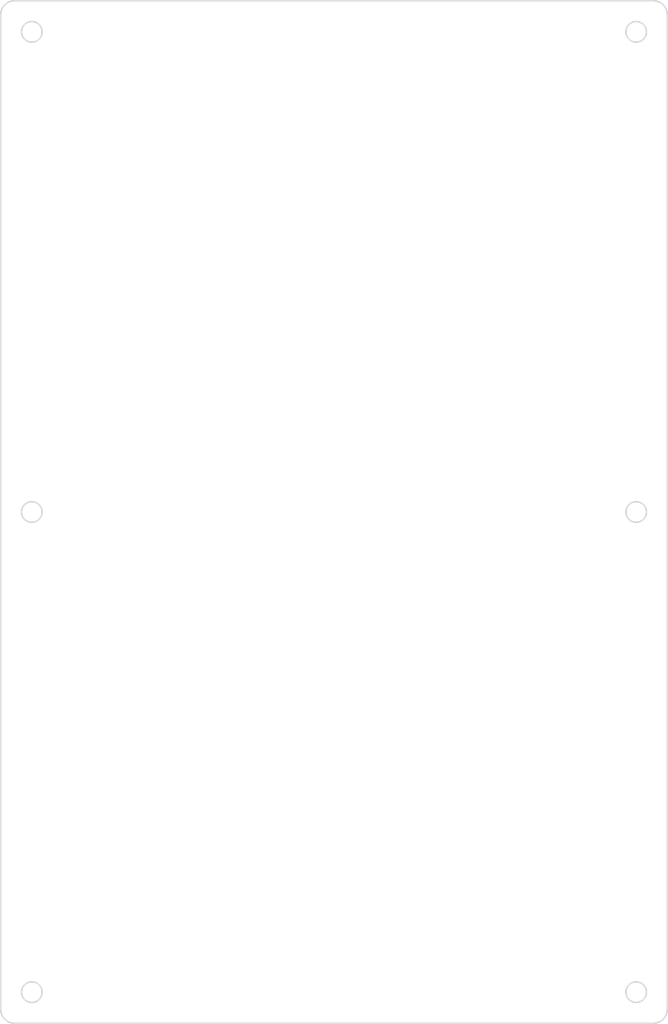
<source format=kicad_pcb>

            
(kicad_pcb (version 20171130) (host pcbnew 5.1.6)

  (page A3)
  (title_block
    (title back_plate)
    (rev 0.1)
    (company ceoloide)
  )

  (general
    (thickness 1.6)
  )

  (layers
    (0 F.Cu signal)
    (31 B.Cu signal)
    (32 B.Adhes user)
    (33 F.Adhes user)
    (34 B.Paste user)
    (35 F.Paste user)
    (36 B.SilkS user)
    (37 F.SilkS user)
    (38 B.Mask user)
    (39 F.Mask user)
    (40 Dwgs.User user)
    (41 Cmts.User user)
    (42 Eco1.User user)
    (43 Eco2.User user)
    (44 Edge.Cuts user)
    (45 Margin user)
    (46 B.CrtYd user)
    (47 F.CrtYd user)
    (48 B.Fab user)
    (49 F.Fab user)
  )

  (setup
    (last_trace_width 0.25)
    (trace_clearance 0.2)
    (zone_clearance 0.508)
    (zone_45_only no)
    (trace_min 0.2)
    (via_size 0.8)
    (via_drill 0.4)
    (via_min_size 0.4)
    (via_min_drill 0.3)
    (uvia_size 0.3)
    (uvia_drill 0.1)
    (uvias_allowed no)
    (uvia_min_size 0.2)
    (uvia_min_drill 0.1)
    (edge_width 0.05)
    (segment_width 0.2)
    (pcb_text_width 0.3)
    (pcb_text_size 1.5 1.5)
    (mod_edge_width 0.12)
    (mod_text_size 1 1)
    (mod_text_width 0.15)
    (pad_size 1.524 1.524)
    (pad_drill 0.762)
    (pad_to_mask_clearance 0.05)
    (aux_axis_origin 0 0)
    (visible_elements FFFFFF7F)
    (pcbplotparams
      (layerselection 0x010fc_ffffffff)
      (usegerberextensions false)
      (usegerberattributes true)
      (usegerberadvancedattributes true)
      (creategerberjobfile true)
      (excludeedgelayer true)
      (linewidth 0.100000)
      (plotframeref false)
      (viasonmask false)
      (mode 1)
      (useauxorigin false)
      (hpglpennumber 1)
      (hpglpenspeed 20)
      (hpglpendiameter 15.000000)
      (psnegative false)
      (psa4output false)
      (plotreference true)
      (plotvalue true)
      (plotinvisibletext false)
      (padsonsilk false)
      (subtractmaskfromsilk false)
      (outputformat 1)
      (mirror false)
      (drillshape 1)
      (scaleselection 1)
      (outputdirectory ""))
  )

            (net 0 "")
            
  (net_class Default "This is the default net class."
    (clearance 0.2)
    (trace_width 0.25)
    (via_dia 0.8)
    (via_drill 0.4)
    (uvia_dia 0.3)
    (uvia_drill 0.1)
    (add_net "")
  )

            
            (gr_line (start 44.875 141.625) (end 113.125 141.625) (angle 90) (layer Edge.Cuts) (width 0.15))
(gr_line (start 114.625 140.125) (end 114.625 33.875) (angle 90) (layer Edge.Cuts) (width 0.15))
(gr_line (start 113.125 32.375) (end 44.875 32.375) (angle 90) (layer Edge.Cuts) (width 0.15))
(gr_line (start 43.375 33.875) (end 43.375 140.125) (angle 90) (layer Edge.Cuts) (width 0.15))
(gr_arc (start 113.125 140.125) (end 113.125 141.625) (angle -90) (layer Edge.Cuts) (width 0.15))
(gr_arc (start 113.125 33.875) (end 114.625 33.875) (angle -90) (layer Edge.Cuts) (width 0.15))
(gr_arc (start 44.875 33.875) (end 44.875 32.375) (angle -90) (layer Edge.Cuts) (width 0.15))
(gr_arc (start 44.875 140.125) (end 43.375 140.125) (angle -90) (layer Edge.Cuts) (width 0.15))
(gr_circle (center 46.7 35.7) (end 47.800000000000004 35.7) (layer Edge.Cuts) (width 0.15))
(gr_circle (center 111.3 35.7) (end 112.39999999999999 35.7) (layer Edge.Cuts) (width 0.15))
(gr_circle (center 46.7 87) (end 47.800000000000004 87) (layer Edge.Cuts) (width 0.15))
(gr_circle (center 111.3 87) (end 112.39999999999999 87) (layer Edge.Cuts) (width 0.15))
(gr_circle (center 46.7 138.3) (end 47.800000000000004 138.3) (layer Edge.Cuts) (width 0.15))
(gr_circle (center 111.3 138.3) (end 112.39999999999999 138.3) (layer Edge.Cuts) (width 0.15))
            
)

        
</source>
